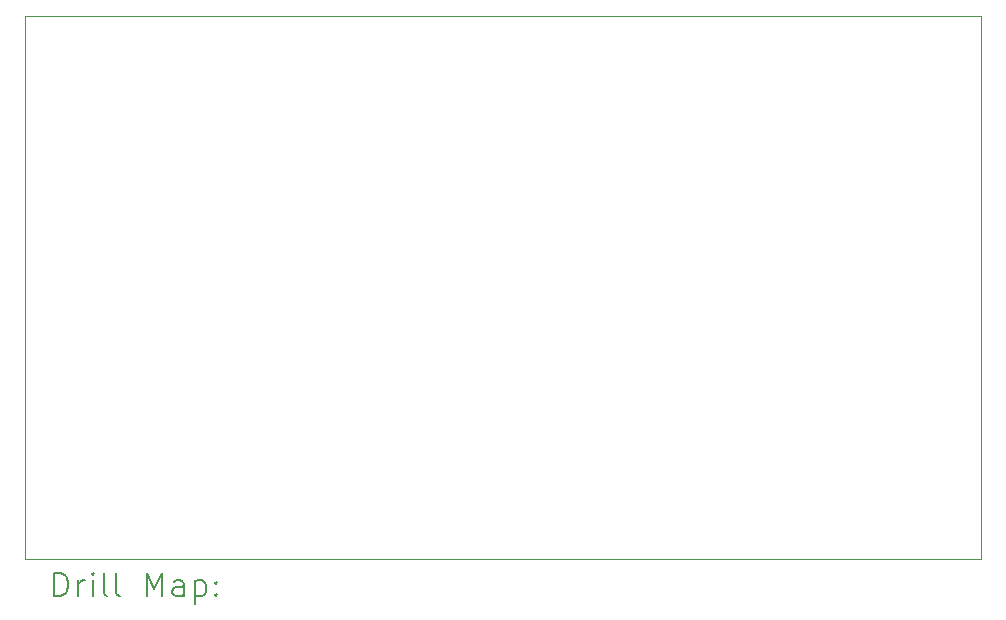
<source format=gbr>
%TF.GenerationSoftware,KiCad,Pcbnew,6.0.11-2627ca5db0~126~ubuntu22.04.1*%
%TF.CreationDate,2023-04-26T19:27:01+03:00*%
%TF.ProjectId,layzspa-wifi-remote,6c61797a-7370-4612-9d77-6966692d7265,rev?*%
%TF.SameCoordinates,Original*%
%TF.FileFunction,Drillmap*%
%TF.FilePolarity,Positive*%
%FSLAX45Y45*%
G04 Gerber Fmt 4.5, Leading zero omitted, Abs format (unit mm)*
G04 Created by KiCad (PCBNEW 6.0.11-2627ca5db0~126~ubuntu22.04.1) date 2023-04-26 19:27:01*
%MOMM*%
%LPD*%
G01*
G04 APERTURE LIST*
%ADD10C,0.100000*%
%ADD11C,0.200000*%
G04 APERTURE END LIST*
D10*
X3570000Y-2780000D02*
X11670000Y-2780000D01*
X11670000Y-2780000D02*
X11670000Y-7380000D01*
X11670000Y-7380000D02*
X3570000Y-7380000D01*
X3570000Y-7380000D02*
X3570000Y-2780000D01*
D11*
X3822619Y-7695476D02*
X3822619Y-7495476D01*
X3870238Y-7495476D01*
X3898809Y-7505000D01*
X3917857Y-7524048D01*
X3927381Y-7543095D01*
X3936905Y-7581190D01*
X3936905Y-7609762D01*
X3927381Y-7647857D01*
X3917857Y-7666905D01*
X3898809Y-7685952D01*
X3870238Y-7695476D01*
X3822619Y-7695476D01*
X4022619Y-7695476D02*
X4022619Y-7562143D01*
X4022619Y-7600238D02*
X4032143Y-7581190D01*
X4041667Y-7571667D01*
X4060714Y-7562143D01*
X4079762Y-7562143D01*
X4146428Y-7695476D02*
X4146428Y-7562143D01*
X4146428Y-7495476D02*
X4136905Y-7505000D01*
X4146428Y-7514524D01*
X4155952Y-7505000D01*
X4146428Y-7495476D01*
X4146428Y-7514524D01*
X4270238Y-7695476D02*
X4251190Y-7685952D01*
X4241667Y-7666905D01*
X4241667Y-7495476D01*
X4375000Y-7695476D02*
X4355952Y-7685952D01*
X4346429Y-7666905D01*
X4346429Y-7495476D01*
X4603571Y-7695476D02*
X4603571Y-7495476D01*
X4670238Y-7638333D01*
X4736905Y-7495476D01*
X4736905Y-7695476D01*
X4917857Y-7695476D02*
X4917857Y-7590714D01*
X4908333Y-7571667D01*
X4889286Y-7562143D01*
X4851190Y-7562143D01*
X4832143Y-7571667D01*
X4917857Y-7685952D02*
X4898810Y-7695476D01*
X4851190Y-7695476D01*
X4832143Y-7685952D01*
X4822619Y-7666905D01*
X4822619Y-7647857D01*
X4832143Y-7628809D01*
X4851190Y-7619286D01*
X4898810Y-7619286D01*
X4917857Y-7609762D01*
X5013095Y-7562143D02*
X5013095Y-7762143D01*
X5013095Y-7571667D02*
X5032143Y-7562143D01*
X5070238Y-7562143D01*
X5089286Y-7571667D01*
X5098810Y-7581190D01*
X5108333Y-7600238D01*
X5108333Y-7657381D01*
X5098810Y-7676428D01*
X5089286Y-7685952D01*
X5070238Y-7695476D01*
X5032143Y-7695476D01*
X5013095Y-7685952D01*
X5194048Y-7676428D02*
X5203571Y-7685952D01*
X5194048Y-7695476D01*
X5184524Y-7685952D01*
X5194048Y-7676428D01*
X5194048Y-7695476D01*
X5194048Y-7571667D02*
X5203571Y-7581190D01*
X5194048Y-7590714D01*
X5184524Y-7581190D01*
X5194048Y-7571667D01*
X5194048Y-7590714D01*
M02*

</source>
